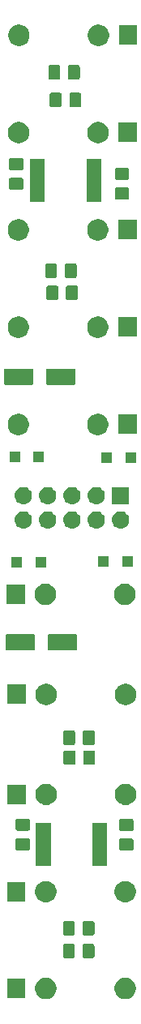
<source format=gbr>
G04 #@! TF.GenerationSoftware,KiCad,Pcbnew,(5.1.2-1)-1*
G04 #@! TF.CreationDate,2020-08-10T22:20:09-07:00*
G04 #@! TF.ProjectId,active_dual_mult,61637469-7665-45f6-9475-616c5f6d756c,rev?*
G04 #@! TF.SameCoordinates,Original*
G04 #@! TF.FileFunction,Soldermask,Top*
G04 #@! TF.FilePolarity,Negative*
%FSLAX46Y46*%
G04 Gerber Fmt 4.6, Leading zero omitted, Abs format (unit mm)*
G04 Created by KiCad (PCBNEW (5.1.2-1)-1) date 2020-08-10 22:20:09*
%MOMM*%
%LPD*%
G04 APERTURE LIST*
%ADD10C,0.100000*%
G04 APERTURE END LIST*
D10*
G36*
X166263455Y-125201391D02*
G01*
X166335325Y-125215687D01*
X166538424Y-125299813D01*
X166721209Y-125421946D01*
X166876654Y-125577391D01*
X166998787Y-125760176D01*
X167082913Y-125963275D01*
X167125800Y-126178884D01*
X167125800Y-126398716D01*
X167082913Y-126614325D01*
X166998787Y-126817424D01*
X166876654Y-127000209D01*
X166721209Y-127155654D01*
X166538424Y-127277787D01*
X166335325Y-127361913D01*
X166263455Y-127376209D01*
X166119718Y-127404800D01*
X165899882Y-127404800D01*
X165756145Y-127376209D01*
X165684275Y-127361913D01*
X165481176Y-127277787D01*
X165298391Y-127155654D01*
X165142946Y-127000209D01*
X165020813Y-126817424D01*
X164936687Y-126614325D01*
X164893800Y-126398716D01*
X164893800Y-126178884D01*
X164936687Y-125963275D01*
X165020813Y-125760176D01*
X165142946Y-125577391D01*
X165298391Y-125421946D01*
X165481176Y-125299813D01*
X165684275Y-125215687D01*
X165756145Y-125201391D01*
X165899882Y-125172800D01*
X166119718Y-125172800D01*
X166263455Y-125201391D01*
X166263455Y-125201391D01*
G37*
G36*
X157963455Y-125201391D02*
G01*
X158035325Y-125215687D01*
X158238424Y-125299813D01*
X158421209Y-125421946D01*
X158576654Y-125577391D01*
X158698787Y-125760176D01*
X158782913Y-125963275D01*
X158825800Y-126178884D01*
X158825800Y-126398716D01*
X158782913Y-126614325D01*
X158698787Y-126817424D01*
X158576654Y-127000209D01*
X158421209Y-127155654D01*
X158238424Y-127277787D01*
X158035325Y-127361913D01*
X157963455Y-127376209D01*
X157819718Y-127404800D01*
X157599882Y-127404800D01*
X157456145Y-127376209D01*
X157384275Y-127361913D01*
X157181176Y-127277787D01*
X156998391Y-127155654D01*
X156842946Y-127000209D01*
X156720813Y-126817424D01*
X156636687Y-126614325D01*
X156593800Y-126398716D01*
X156593800Y-126178884D01*
X156636687Y-125963275D01*
X156720813Y-125760176D01*
X156842946Y-125577391D01*
X156998391Y-125421946D01*
X157181176Y-125299813D01*
X157384275Y-125215687D01*
X157456145Y-125201391D01*
X157599882Y-125172800D01*
X157819718Y-125172800D01*
X157963455Y-125201391D01*
X157963455Y-125201391D01*
G37*
G36*
X155575800Y-127304800D02*
G01*
X153643800Y-127304800D01*
X153643800Y-125272800D01*
X155575800Y-125272800D01*
X155575800Y-127304800D01*
X155575800Y-127304800D01*
G37*
G36*
X160576274Y-121630665D02*
G01*
X160613967Y-121642099D01*
X160648703Y-121660666D01*
X160679148Y-121685652D01*
X160704134Y-121716097D01*
X160722701Y-121750833D01*
X160734135Y-121788526D01*
X160738600Y-121833861D01*
X160738600Y-122920539D01*
X160734135Y-122965874D01*
X160722701Y-123003567D01*
X160704134Y-123038303D01*
X160679148Y-123068748D01*
X160648703Y-123093734D01*
X160613967Y-123112301D01*
X160576274Y-123123735D01*
X160530939Y-123128200D01*
X159694261Y-123128200D01*
X159648926Y-123123735D01*
X159611233Y-123112301D01*
X159576497Y-123093734D01*
X159546052Y-123068748D01*
X159521066Y-123038303D01*
X159502499Y-123003567D01*
X159491065Y-122965874D01*
X159486600Y-122920539D01*
X159486600Y-121833861D01*
X159491065Y-121788526D01*
X159502499Y-121750833D01*
X159521066Y-121716097D01*
X159546052Y-121685652D01*
X159576497Y-121660666D01*
X159611233Y-121642099D01*
X159648926Y-121630665D01*
X159694261Y-121626200D01*
X160530939Y-121626200D01*
X160576274Y-121630665D01*
X160576274Y-121630665D01*
G37*
G36*
X162626274Y-121630665D02*
G01*
X162663967Y-121642099D01*
X162698703Y-121660666D01*
X162729148Y-121685652D01*
X162754134Y-121716097D01*
X162772701Y-121750833D01*
X162784135Y-121788526D01*
X162788600Y-121833861D01*
X162788600Y-122920539D01*
X162784135Y-122965874D01*
X162772701Y-123003567D01*
X162754134Y-123038303D01*
X162729148Y-123068748D01*
X162698703Y-123093734D01*
X162663967Y-123112301D01*
X162626274Y-123123735D01*
X162580939Y-123128200D01*
X161744261Y-123128200D01*
X161698926Y-123123735D01*
X161661233Y-123112301D01*
X161626497Y-123093734D01*
X161596052Y-123068748D01*
X161571066Y-123038303D01*
X161552499Y-123003567D01*
X161541065Y-122965874D01*
X161536600Y-122920539D01*
X161536600Y-121833861D01*
X161541065Y-121788526D01*
X161552499Y-121750833D01*
X161571066Y-121716097D01*
X161596052Y-121685652D01*
X161626497Y-121660666D01*
X161661233Y-121642099D01*
X161698926Y-121630665D01*
X161744261Y-121626200D01*
X162580939Y-121626200D01*
X162626274Y-121630665D01*
X162626274Y-121630665D01*
G37*
G36*
X162626274Y-119243065D02*
G01*
X162663967Y-119254499D01*
X162698703Y-119273066D01*
X162729148Y-119298052D01*
X162754134Y-119328497D01*
X162772701Y-119363233D01*
X162784135Y-119400926D01*
X162788600Y-119446261D01*
X162788600Y-120532939D01*
X162784135Y-120578274D01*
X162772701Y-120615967D01*
X162754134Y-120650703D01*
X162729148Y-120681148D01*
X162698703Y-120706134D01*
X162663967Y-120724701D01*
X162626274Y-120736135D01*
X162580939Y-120740600D01*
X161744261Y-120740600D01*
X161698926Y-120736135D01*
X161661233Y-120724701D01*
X161626497Y-120706134D01*
X161596052Y-120681148D01*
X161571066Y-120650703D01*
X161552499Y-120615967D01*
X161541065Y-120578274D01*
X161536600Y-120532939D01*
X161536600Y-119446261D01*
X161541065Y-119400926D01*
X161552499Y-119363233D01*
X161571066Y-119328497D01*
X161596052Y-119298052D01*
X161626497Y-119273066D01*
X161661233Y-119254499D01*
X161698926Y-119243065D01*
X161744261Y-119238600D01*
X162580939Y-119238600D01*
X162626274Y-119243065D01*
X162626274Y-119243065D01*
G37*
G36*
X160576274Y-119243065D02*
G01*
X160613967Y-119254499D01*
X160648703Y-119273066D01*
X160679148Y-119298052D01*
X160704134Y-119328497D01*
X160722701Y-119363233D01*
X160734135Y-119400926D01*
X160738600Y-119446261D01*
X160738600Y-120532939D01*
X160734135Y-120578274D01*
X160722701Y-120615967D01*
X160704134Y-120650703D01*
X160679148Y-120681148D01*
X160648703Y-120706134D01*
X160613967Y-120724701D01*
X160576274Y-120736135D01*
X160530939Y-120740600D01*
X159694261Y-120740600D01*
X159648926Y-120736135D01*
X159611233Y-120724701D01*
X159576497Y-120706134D01*
X159546052Y-120681148D01*
X159521066Y-120650703D01*
X159502499Y-120615967D01*
X159491065Y-120578274D01*
X159486600Y-120532939D01*
X159486600Y-119446261D01*
X159491065Y-119400926D01*
X159502499Y-119363233D01*
X159521066Y-119328497D01*
X159546052Y-119298052D01*
X159576497Y-119273066D01*
X159611233Y-119254499D01*
X159648926Y-119243065D01*
X159694261Y-119238600D01*
X160530939Y-119238600D01*
X160576274Y-119243065D01*
X160576274Y-119243065D01*
G37*
G36*
X166263455Y-115092191D02*
G01*
X166335325Y-115106487D01*
X166538424Y-115190613D01*
X166721209Y-115312746D01*
X166876654Y-115468191D01*
X166998787Y-115650976D01*
X167082913Y-115854075D01*
X167125800Y-116069684D01*
X167125800Y-116289516D01*
X167082913Y-116505125D01*
X166998787Y-116708224D01*
X166876654Y-116891009D01*
X166721209Y-117046454D01*
X166538424Y-117168587D01*
X166335325Y-117252713D01*
X166263455Y-117267009D01*
X166119718Y-117295600D01*
X165899882Y-117295600D01*
X165756145Y-117267009D01*
X165684275Y-117252713D01*
X165481176Y-117168587D01*
X165298391Y-117046454D01*
X165142946Y-116891009D01*
X165020813Y-116708224D01*
X164936687Y-116505125D01*
X164893800Y-116289516D01*
X164893800Y-116069684D01*
X164936687Y-115854075D01*
X165020813Y-115650976D01*
X165142946Y-115468191D01*
X165298391Y-115312746D01*
X165481176Y-115190613D01*
X165684275Y-115106487D01*
X165756145Y-115092191D01*
X165899882Y-115063600D01*
X166119718Y-115063600D01*
X166263455Y-115092191D01*
X166263455Y-115092191D01*
G37*
G36*
X157963455Y-115092191D02*
G01*
X158035325Y-115106487D01*
X158238424Y-115190613D01*
X158421209Y-115312746D01*
X158576654Y-115468191D01*
X158698787Y-115650976D01*
X158782913Y-115854075D01*
X158825800Y-116069684D01*
X158825800Y-116289516D01*
X158782913Y-116505125D01*
X158698787Y-116708224D01*
X158576654Y-116891009D01*
X158421209Y-117046454D01*
X158238424Y-117168587D01*
X158035325Y-117252713D01*
X157963455Y-117267009D01*
X157819718Y-117295600D01*
X157599882Y-117295600D01*
X157456145Y-117267009D01*
X157384275Y-117252713D01*
X157181176Y-117168587D01*
X156998391Y-117046454D01*
X156842946Y-116891009D01*
X156720813Y-116708224D01*
X156636687Y-116505125D01*
X156593800Y-116289516D01*
X156593800Y-116069684D01*
X156636687Y-115854075D01*
X156720813Y-115650976D01*
X156842946Y-115468191D01*
X156998391Y-115312746D01*
X157181176Y-115190613D01*
X157384275Y-115106487D01*
X157456145Y-115092191D01*
X157599882Y-115063600D01*
X157819718Y-115063600D01*
X157963455Y-115092191D01*
X157963455Y-115092191D01*
G37*
G36*
X155575800Y-117195600D02*
G01*
X153643800Y-117195600D01*
X153643800Y-115163600D01*
X155575800Y-115163600D01*
X155575800Y-117195600D01*
X155575800Y-117195600D01*
G37*
G36*
X164127000Y-113452600D02*
G01*
X162575000Y-113452600D01*
X162575000Y-109000600D01*
X164127000Y-109000600D01*
X164127000Y-113452600D01*
X164127000Y-113452600D01*
G37*
G36*
X158227000Y-113452600D02*
G01*
X156675000Y-113452600D01*
X156675000Y-109000600D01*
X158227000Y-109000600D01*
X158227000Y-113452600D01*
X158227000Y-113452600D01*
G37*
G36*
X166704674Y-110639465D02*
G01*
X166742367Y-110650899D01*
X166777103Y-110669466D01*
X166807548Y-110694452D01*
X166832534Y-110724897D01*
X166851101Y-110759633D01*
X166862535Y-110797326D01*
X166867000Y-110842661D01*
X166867000Y-111679339D01*
X166862535Y-111724674D01*
X166851101Y-111762367D01*
X166832534Y-111797103D01*
X166807548Y-111827548D01*
X166777103Y-111852534D01*
X166742367Y-111871101D01*
X166704674Y-111882535D01*
X166659339Y-111887000D01*
X165572661Y-111887000D01*
X165527326Y-111882535D01*
X165489633Y-111871101D01*
X165454897Y-111852534D01*
X165424452Y-111827548D01*
X165399466Y-111797103D01*
X165380899Y-111762367D01*
X165369465Y-111724674D01*
X165365000Y-111679339D01*
X165365000Y-110842661D01*
X165369465Y-110797326D01*
X165380899Y-110759633D01*
X165399466Y-110724897D01*
X165424452Y-110694452D01*
X165454897Y-110669466D01*
X165489633Y-110650899D01*
X165527326Y-110639465D01*
X165572661Y-110635000D01*
X166659339Y-110635000D01*
X166704674Y-110639465D01*
X166704674Y-110639465D01*
G37*
G36*
X155884274Y-110614065D02*
G01*
X155921967Y-110625499D01*
X155956703Y-110644066D01*
X155987148Y-110669052D01*
X156012134Y-110699497D01*
X156030701Y-110734233D01*
X156042135Y-110771926D01*
X156046600Y-110817261D01*
X156046600Y-111653939D01*
X156042135Y-111699274D01*
X156030701Y-111736967D01*
X156012134Y-111771703D01*
X155987148Y-111802148D01*
X155956703Y-111827134D01*
X155921967Y-111845701D01*
X155884274Y-111857135D01*
X155838939Y-111861600D01*
X154752261Y-111861600D01*
X154706926Y-111857135D01*
X154669233Y-111845701D01*
X154634497Y-111827134D01*
X154604052Y-111802148D01*
X154579066Y-111771703D01*
X154560499Y-111736967D01*
X154549065Y-111699274D01*
X154544600Y-111653939D01*
X154544600Y-110817261D01*
X154549065Y-110771926D01*
X154560499Y-110734233D01*
X154579066Y-110699497D01*
X154604052Y-110669052D01*
X154634497Y-110644066D01*
X154669233Y-110625499D01*
X154706926Y-110614065D01*
X154752261Y-110609600D01*
X155838939Y-110609600D01*
X155884274Y-110614065D01*
X155884274Y-110614065D01*
G37*
G36*
X166704674Y-108589465D02*
G01*
X166742367Y-108600899D01*
X166777103Y-108619466D01*
X166807548Y-108644452D01*
X166832534Y-108674897D01*
X166851101Y-108709633D01*
X166862535Y-108747326D01*
X166867000Y-108792661D01*
X166867000Y-109629339D01*
X166862535Y-109674674D01*
X166851101Y-109712367D01*
X166832534Y-109747103D01*
X166807548Y-109777548D01*
X166777103Y-109802534D01*
X166742367Y-109821101D01*
X166704674Y-109832535D01*
X166659339Y-109837000D01*
X165572661Y-109837000D01*
X165527326Y-109832535D01*
X165489633Y-109821101D01*
X165454897Y-109802534D01*
X165424452Y-109777548D01*
X165399466Y-109747103D01*
X165380899Y-109712367D01*
X165369465Y-109674674D01*
X165365000Y-109629339D01*
X165365000Y-108792661D01*
X165369465Y-108747326D01*
X165380899Y-108709633D01*
X165399466Y-108674897D01*
X165424452Y-108644452D01*
X165454897Y-108619466D01*
X165489633Y-108600899D01*
X165527326Y-108589465D01*
X165572661Y-108585000D01*
X166659339Y-108585000D01*
X166704674Y-108589465D01*
X166704674Y-108589465D01*
G37*
G36*
X155884274Y-108564065D02*
G01*
X155921967Y-108575499D01*
X155956703Y-108594066D01*
X155987148Y-108619052D01*
X156012134Y-108649497D01*
X156030701Y-108684233D01*
X156042135Y-108721926D01*
X156046600Y-108767261D01*
X156046600Y-109603939D01*
X156042135Y-109649274D01*
X156030701Y-109686967D01*
X156012134Y-109721703D01*
X155987148Y-109752148D01*
X155956703Y-109777134D01*
X155921967Y-109795701D01*
X155884274Y-109807135D01*
X155838939Y-109811600D01*
X154752261Y-109811600D01*
X154706926Y-109807135D01*
X154669233Y-109795701D01*
X154634497Y-109777134D01*
X154604052Y-109752148D01*
X154579066Y-109721703D01*
X154560499Y-109686967D01*
X154549065Y-109649274D01*
X154544600Y-109603939D01*
X154544600Y-108767261D01*
X154549065Y-108721926D01*
X154560499Y-108684233D01*
X154579066Y-108649497D01*
X154604052Y-108619052D01*
X154634497Y-108594066D01*
X154669233Y-108575499D01*
X154706926Y-108564065D01*
X154752261Y-108559600D01*
X155838939Y-108559600D01*
X155884274Y-108564065D01*
X155884274Y-108564065D01*
G37*
G36*
X166288855Y-104932191D02*
G01*
X166360725Y-104946487D01*
X166563824Y-105030613D01*
X166746609Y-105152746D01*
X166902054Y-105308191D01*
X167024187Y-105490976D01*
X167108313Y-105694075D01*
X167151200Y-105909684D01*
X167151200Y-106129516D01*
X167108313Y-106345125D01*
X167024187Y-106548224D01*
X166902054Y-106731009D01*
X166746609Y-106886454D01*
X166563824Y-107008587D01*
X166360725Y-107092713D01*
X166288855Y-107107009D01*
X166145118Y-107135600D01*
X165925282Y-107135600D01*
X165781545Y-107107009D01*
X165709675Y-107092713D01*
X165506576Y-107008587D01*
X165323791Y-106886454D01*
X165168346Y-106731009D01*
X165046213Y-106548224D01*
X164962087Y-106345125D01*
X164919200Y-106129516D01*
X164919200Y-105909684D01*
X164962087Y-105694075D01*
X165046213Y-105490976D01*
X165168346Y-105308191D01*
X165323791Y-105152746D01*
X165506576Y-105030613D01*
X165709675Y-104946487D01*
X165781545Y-104932191D01*
X165925282Y-104903600D01*
X166145118Y-104903600D01*
X166288855Y-104932191D01*
X166288855Y-104932191D01*
G37*
G36*
X157988855Y-104932191D02*
G01*
X158060725Y-104946487D01*
X158263824Y-105030613D01*
X158446609Y-105152746D01*
X158602054Y-105308191D01*
X158724187Y-105490976D01*
X158808313Y-105694075D01*
X158851200Y-105909684D01*
X158851200Y-106129516D01*
X158808313Y-106345125D01*
X158724187Y-106548224D01*
X158602054Y-106731009D01*
X158446609Y-106886454D01*
X158263824Y-107008587D01*
X158060725Y-107092713D01*
X157988855Y-107107009D01*
X157845118Y-107135600D01*
X157625282Y-107135600D01*
X157481545Y-107107009D01*
X157409675Y-107092713D01*
X157206576Y-107008587D01*
X157023791Y-106886454D01*
X156868346Y-106731009D01*
X156746213Y-106548224D01*
X156662087Y-106345125D01*
X156619200Y-106129516D01*
X156619200Y-105909684D01*
X156662087Y-105694075D01*
X156746213Y-105490976D01*
X156868346Y-105308191D01*
X157023791Y-105152746D01*
X157206576Y-105030613D01*
X157409675Y-104946487D01*
X157481545Y-104932191D01*
X157625282Y-104903600D01*
X157845118Y-104903600D01*
X157988855Y-104932191D01*
X157988855Y-104932191D01*
G37*
G36*
X155601200Y-107035600D02*
G01*
X153669200Y-107035600D01*
X153669200Y-105003600D01*
X155601200Y-105003600D01*
X155601200Y-107035600D01*
X155601200Y-107035600D01*
G37*
G36*
X162702474Y-101437665D02*
G01*
X162740167Y-101449099D01*
X162774903Y-101467666D01*
X162805348Y-101492652D01*
X162830334Y-101523097D01*
X162848901Y-101557833D01*
X162860335Y-101595526D01*
X162864800Y-101640861D01*
X162864800Y-102727539D01*
X162860335Y-102772874D01*
X162848901Y-102810567D01*
X162830334Y-102845303D01*
X162805348Y-102875748D01*
X162774903Y-102900734D01*
X162740167Y-102919301D01*
X162702474Y-102930735D01*
X162657139Y-102935200D01*
X161820461Y-102935200D01*
X161775126Y-102930735D01*
X161737433Y-102919301D01*
X161702697Y-102900734D01*
X161672252Y-102875748D01*
X161647266Y-102845303D01*
X161628699Y-102810567D01*
X161617265Y-102772874D01*
X161612800Y-102727539D01*
X161612800Y-101640861D01*
X161617265Y-101595526D01*
X161628699Y-101557833D01*
X161647266Y-101523097D01*
X161672252Y-101492652D01*
X161702697Y-101467666D01*
X161737433Y-101449099D01*
X161775126Y-101437665D01*
X161820461Y-101433200D01*
X162657139Y-101433200D01*
X162702474Y-101437665D01*
X162702474Y-101437665D01*
G37*
G36*
X160652474Y-101437665D02*
G01*
X160690167Y-101449099D01*
X160724903Y-101467666D01*
X160755348Y-101492652D01*
X160780334Y-101523097D01*
X160798901Y-101557833D01*
X160810335Y-101595526D01*
X160814800Y-101640861D01*
X160814800Y-102727539D01*
X160810335Y-102772874D01*
X160798901Y-102810567D01*
X160780334Y-102845303D01*
X160755348Y-102875748D01*
X160724903Y-102900734D01*
X160690167Y-102919301D01*
X160652474Y-102930735D01*
X160607139Y-102935200D01*
X159770461Y-102935200D01*
X159725126Y-102930735D01*
X159687433Y-102919301D01*
X159652697Y-102900734D01*
X159622252Y-102875748D01*
X159597266Y-102845303D01*
X159578699Y-102810567D01*
X159567265Y-102772874D01*
X159562800Y-102727539D01*
X159562800Y-101640861D01*
X159567265Y-101595526D01*
X159578699Y-101557833D01*
X159597266Y-101523097D01*
X159622252Y-101492652D01*
X159652697Y-101467666D01*
X159687433Y-101449099D01*
X159725126Y-101437665D01*
X159770461Y-101433200D01*
X160607139Y-101433200D01*
X160652474Y-101437665D01*
X160652474Y-101437665D01*
G37*
G36*
X160601674Y-99354865D02*
G01*
X160639367Y-99366299D01*
X160674103Y-99384866D01*
X160704548Y-99409852D01*
X160729534Y-99440297D01*
X160748101Y-99475033D01*
X160759535Y-99512726D01*
X160764000Y-99558061D01*
X160764000Y-100644739D01*
X160759535Y-100690074D01*
X160748101Y-100727767D01*
X160729534Y-100762503D01*
X160704548Y-100792948D01*
X160674103Y-100817934D01*
X160639367Y-100836501D01*
X160601674Y-100847935D01*
X160556339Y-100852400D01*
X159719661Y-100852400D01*
X159674326Y-100847935D01*
X159636633Y-100836501D01*
X159601897Y-100817934D01*
X159571452Y-100792948D01*
X159546466Y-100762503D01*
X159527899Y-100727767D01*
X159516465Y-100690074D01*
X159512000Y-100644739D01*
X159512000Y-99558061D01*
X159516465Y-99512726D01*
X159527899Y-99475033D01*
X159546466Y-99440297D01*
X159571452Y-99409852D01*
X159601897Y-99384866D01*
X159636633Y-99366299D01*
X159674326Y-99354865D01*
X159719661Y-99350400D01*
X160556339Y-99350400D01*
X160601674Y-99354865D01*
X160601674Y-99354865D01*
G37*
G36*
X162651674Y-99354865D02*
G01*
X162689367Y-99366299D01*
X162724103Y-99384866D01*
X162754548Y-99409852D01*
X162779534Y-99440297D01*
X162798101Y-99475033D01*
X162809535Y-99512726D01*
X162814000Y-99558061D01*
X162814000Y-100644739D01*
X162809535Y-100690074D01*
X162798101Y-100727767D01*
X162779534Y-100762503D01*
X162754548Y-100792948D01*
X162724103Y-100817934D01*
X162689367Y-100836501D01*
X162651674Y-100847935D01*
X162606339Y-100852400D01*
X161769661Y-100852400D01*
X161724326Y-100847935D01*
X161686633Y-100836501D01*
X161651897Y-100817934D01*
X161621452Y-100792948D01*
X161596466Y-100762503D01*
X161577899Y-100727767D01*
X161566465Y-100690074D01*
X161562000Y-100644739D01*
X161562000Y-99558061D01*
X161566465Y-99512726D01*
X161577899Y-99475033D01*
X161596466Y-99440297D01*
X161621452Y-99409852D01*
X161651897Y-99384866D01*
X161686633Y-99366299D01*
X161724326Y-99354865D01*
X161769661Y-99350400D01*
X162606339Y-99350400D01*
X162651674Y-99354865D01*
X162651674Y-99354865D01*
G37*
G36*
X166288855Y-94492791D02*
G01*
X166360725Y-94507087D01*
X166563824Y-94591213D01*
X166746609Y-94713346D01*
X166902054Y-94868791D01*
X167024187Y-95051576D01*
X167108313Y-95254675D01*
X167151200Y-95470284D01*
X167151200Y-95690116D01*
X167108313Y-95905725D01*
X167024187Y-96108824D01*
X166902054Y-96291609D01*
X166746609Y-96447054D01*
X166563824Y-96569187D01*
X166360725Y-96653313D01*
X166288855Y-96667609D01*
X166145118Y-96696200D01*
X165925282Y-96696200D01*
X165781545Y-96667609D01*
X165709675Y-96653313D01*
X165506576Y-96569187D01*
X165323791Y-96447054D01*
X165168346Y-96291609D01*
X165046213Y-96108824D01*
X164962087Y-95905725D01*
X164919200Y-95690116D01*
X164919200Y-95470284D01*
X164962087Y-95254675D01*
X165046213Y-95051576D01*
X165168346Y-94868791D01*
X165323791Y-94713346D01*
X165506576Y-94591213D01*
X165709675Y-94507087D01*
X165781545Y-94492791D01*
X165925282Y-94464200D01*
X166145118Y-94464200D01*
X166288855Y-94492791D01*
X166288855Y-94492791D01*
G37*
G36*
X157988855Y-94492791D02*
G01*
X158060725Y-94507087D01*
X158263824Y-94591213D01*
X158446609Y-94713346D01*
X158602054Y-94868791D01*
X158724187Y-95051576D01*
X158808313Y-95254675D01*
X158851200Y-95470284D01*
X158851200Y-95690116D01*
X158808313Y-95905725D01*
X158724187Y-96108824D01*
X158602054Y-96291609D01*
X158446609Y-96447054D01*
X158263824Y-96569187D01*
X158060725Y-96653313D01*
X157988855Y-96667609D01*
X157845118Y-96696200D01*
X157625282Y-96696200D01*
X157481545Y-96667609D01*
X157409675Y-96653313D01*
X157206576Y-96569187D01*
X157023791Y-96447054D01*
X156868346Y-96291609D01*
X156746213Y-96108824D01*
X156662087Y-95905725D01*
X156619200Y-95690116D01*
X156619200Y-95470284D01*
X156662087Y-95254675D01*
X156746213Y-95051576D01*
X156868346Y-94868791D01*
X157023791Y-94713346D01*
X157206576Y-94591213D01*
X157409675Y-94507087D01*
X157481545Y-94492791D01*
X157625282Y-94464200D01*
X157845118Y-94464200D01*
X157988855Y-94492791D01*
X157988855Y-94492791D01*
G37*
G36*
X155601200Y-96596200D02*
G01*
X153669200Y-96596200D01*
X153669200Y-94564200D01*
X155601200Y-94564200D01*
X155601200Y-96596200D01*
X155601200Y-96596200D01*
G37*
G36*
X156457397Y-89297651D02*
G01*
X156491052Y-89307861D01*
X156522065Y-89324438D01*
X156549251Y-89346749D01*
X156571562Y-89373935D01*
X156588139Y-89404948D01*
X156598349Y-89438603D01*
X156602400Y-89479738D01*
X156602400Y-90809462D01*
X156598349Y-90850597D01*
X156588139Y-90884252D01*
X156571562Y-90915265D01*
X156549251Y-90942451D01*
X156522065Y-90964762D01*
X156491052Y-90981339D01*
X156457397Y-90991549D01*
X156416262Y-90995600D01*
X153686538Y-90995600D01*
X153645403Y-90991549D01*
X153611748Y-90981339D01*
X153580735Y-90964762D01*
X153553549Y-90942451D01*
X153531238Y-90915265D01*
X153514661Y-90884252D01*
X153504451Y-90850597D01*
X153500400Y-90809462D01*
X153500400Y-89479738D01*
X153504451Y-89438603D01*
X153514661Y-89404948D01*
X153531238Y-89373935D01*
X153553549Y-89346749D01*
X153580735Y-89324438D01*
X153611748Y-89307861D01*
X153645403Y-89297651D01*
X153686538Y-89293600D01*
X156416262Y-89293600D01*
X156457397Y-89297651D01*
X156457397Y-89297651D01*
G37*
G36*
X160857397Y-89297651D02*
G01*
X160891052Y-89307861D01*
X160922065Y-89324438D01*
X160949251Y-89346749D01*
X160971562Y-89373935D01*
X160988139Y-89404948D01*
X160998349Y-89438603D01*
X161002400Y-89479738D01*
X161002400Y-90809462D01*
X160998349Y-90850597D01*
X160988139Y-90884252D01*
X160971562Y-90915265D01*
X160949251Y-90942451D01*
X160922065Y-90964762D01*
X160891052Y-90981339D01*
X160857397Y-90991549D01*
X160816262Y-90995600D01*
X158086538Y-90995600D01*
X158045403Y-90991549D01*
X158011748Y-90981339D01*
X157980735Y-90964762D01*
X157953549Y-90942451D01*
X157931238Y-90915265D01*
X157914661Y-90884252D01*
X157904451Y-90850597D01*
X157900400Y-90809462D01*
X157900400Y-89479738D01*
X157904451Y-89438603D01*
X157914661Y-89404948D01*
X157931238Y-89373935D01*
X157953549Y-89346749D01*
X157980735Y-89324438D01*
X158011748Y-89307861D01*
X158045403Y-89297651D01*
X158086538Y-89293600D01*
X160816262Y-89293600D01*
X160857397Y-89297651D01*
X160857397Y-89297651D01*
G37*
G36*
X157912655Y-84027991D02*
G01*
X157984525Y-84042287D01*
X158187624Y-84126413D01*
X158370409Y-84248546D01*
X158525854Y-84403991D01*
X158647987Y-84586776D01*
X158732113Y-84789875D01*
X158775000Y-85005484D01*
X158775000Y-85225316D01*
X158732113Y-85440925D01*
X158647987Y-85644024D01*
X158525854Y-85826809D01*
X158370409Y-85982254D01*
X158187624Y-86104387D01*
X157984525Y-86188513D01*
X157912655Y-86202809D01*
X157768918Y-86231400D01*
X157549082Y-86231400D01*
X157405345Y-86202809D01*
X157333475Y-86188513D01*
X157130376Y-86104387D01*
X156947591Y-85982254D01*
X156792146Y-85826809D01*
X156670013Y-85644024D01*
X156585887Y-85440925D01*
X156543000Y-85225316D01*
X156543000Y-85005484D01*
X156585887Y-84789875D01*
X156670013Y-84586776D01*
X156792146Y-84403991D01*
X156947591Y-84248546D01*
X157130376Y-84126413D01*
X157333475Y-84042287D01*
X157405345Y-84027991D01*
X157549082Y-83999400D01*
X157768918Y-83999400D01*
X157912655Y-84027991D01*
X157912655Y-84027991D01*
G37*
G36*
X166212655Y-84027991D02*
G01*
X166284525Y-84042287D01*
X166487624Y-84126413D01*
X166670409Y-84248546D01*
X166825854Y-84403991D01*
X166947987Y-84586776D01*
X167032113Y-84789875D01*
X167075000Y-85005484D01*
X167075000Y-85225316D01*
X167032113Y-85440925D01*
X166947987Y-85644024D01*
X166825854Y-85826809D01*
X166670409Y-85982254D01*
X166487624Y-86104387D01*
X166284525Y-86188513D01*
X166212655Y-86202809D01*
X166068918Y-86231400D01*
X165849082Y-86231400D01*
X165705345Y-86202809D01*
X165633475Y-86188513D01*
X165430376Y-86104387D01*
X165247591Y-85982254D01*
X165092146Y-85826809D01*
X164970013Y-85644024D01*
X164885887Y-85440925D01*
X164843000Y-85225316D01*
X164843000Y-85005484D01*
X164885887Y-84789875D01*
X164970013Y-84586776D01*
X165092146Y-84403991D01*
X165247591Y-84248546D01*
X165430376Y-84126413D01*
X165633475Y-84042287D01*
X165705345Y-84027991D01*
X165849082Y-83999400D01*
X166068918Y-83999400D01*
X166212655Y-84027991D01*
X166212655Y-84027991D01*
G37*
G36*
X155525000Y-86131400D02*
G01*
X153593000Y-86131400D01*
X153593000Y-84099400D01*
X155525000Y-84099400D01*
X155525000Y-86131400D01*
X155525000Y-86131400D01*
G37*
G36*
X157731600Y-82339000D02*
G01*
X156629600Y-82339000D01*
X156629600Y-81237000D01*
X157731600Y-81237000D01*
X157731600Y-82339000D01*
X157731600Y-82339000D01*
G37*
G36*
X155231600Y-82339000D02*
G01*
X154129600Y-82339000D01*
X154129600Y-81237000D01*
X155231600Y-81237000D01*
X155231600Y-82339000D01*
X155231600Y-82339000D01*
G37*
G36*
X166799400Y-82288200D02*
G01*
X165697400Y-82288200D01*
X165697400Y-81186200D01*
X166799400Y-81186200D01*
X166799400Y-82288200D01*
X166799400Y-82288200D01*
G37*
G36*
X164299400Y-82288200D02*
G01*
X163197400Y-82288200D01*
X163197400Y-81186200D01*
X164299400Y-81186200D01*
X164299400Y-82288200D01*
X164299400Y-82288200D01*
G37*
G36*
X165616843Y-76473919D02*
G01*
X165683027Y-76480437D01*
X165852866Y-76531957D01*
X166009391Y-76615622D01*
X166045129Y-76644952D01*
X166146586Y-76728214D01*
X166229848Y-76829671D01*
X166259178Y-76865409D01*
X166342843Y-77021934D01*
X166394363Y-77191773D01*
X166411759Y-77368400D01*
X166394363Y-77545027D01*
X166342843Y-77714866D01*
X166259178Y-77871391D01*
X166229848Y-77907129D01*
X166146586Y-78008586D01*
X166045129Y-78091848D01*
X166009391Y-78121178D01*
X165852866Y-78204843D01*
X165683027Y-78256363D01*
X165616842Y-78262882D01*
X165550660Y-78269400D01*
X165462140Y-78269400D01*
X165395958Y-78262882D01*
X165329773Y-78256363D01*
X165159934Y-78204843D01*
X165003409Y-78121178D01*
X164967671Y-78091848D01*
X164866214Y-78008586D01*
X164782952Y-77907129D01*
X164753622Y-77871391D01*
X164669957Y-77714866D01*
X164618437Y-77545027D01*
X164601041Y-77368400D01*
X164618437Y-77191773D01*
X164669957Y-77021934D01*
X164753622Y-76865409D01*
X164782952Y-76829671D01*
X164866214Y-76728214D01*
X164967671Y-76644952D01*
X165003409Y-76615622D01*
X165159934Y-76531957D01*
X165329773Y-76480437D01*
X165395957Y-76473919D01*
X165462140Y-76467400D01*
X165550660Y-76467400D01*
X165616843Y-76473919D01*
X165616843Y-76473919D01*
G37*
G36*
X155456843Y-76473919D02*
G01*
X155523027Y-76480437D01*
X155692866Y-76531957D01*
X155849391Y-76615622D01*
X155885129Y-76644952D01*
X155986586Y-76728214D01*
X156069848Y-76829671D01*
X156099178Y-76865409D01*
X156182843Y-77021934D01*
X156234363Y-77191773D01*
X156251759Y-77368400D01*
X156234363Y-77545027D01*
X156182843Y-77714866D01*
X156099178Y-77871391D01*
X156069848Y-77907129D01*
X155986586Y-78008586D01*
X155885129Y-78091848D01*
X155849391Y-78121178D01*
X155692866Y-78204843D01*
X155523027Y-78256363D01*
X155456842Y-78262882D01*
X155390660Y-78269400D01*
X155302140Y-78269400D01*
X155235958Y-78262882D01*
X155169773Y-78256363D01*
X154999934Y-78204843D01*
X154843409Y-78121178D01*
X154807671Y-78091848D01*
X154706214Y-78008586D01*
X154622952Y-77907129D01*
X154593622Y-77871391D01*
X154509957Y-77714866D01*
X154458437Y-77545027D01*
X154441041Y-77368400D01*
X154458437Y-77191773D01*
X154509957Y-77021934D01*
X154593622Y-76865409D01*
X154622952Y-76829671D01*
X154706214Y-76728214D01*
X154807671Y-76644952D01*
X154843409Y-76615622D01*
X154999934Y-76531957D01*
X155169773Y-76480437D01*
X155235957Y-76473919D01*
X155302140Y-76467400D01*
X155390660Y-76467400D01*
X155456843Y-76473919D01*
X155456843Y-76473919D01*
G37*
G36*
X163076843Y-76473919D02*
G01*
X163143027Y-76480437D01*
X163312866Y-76531957D01*
X163469391Y-76615622D01*
X163505129Y-76644952D01*
X163606586Y-76728214D01*
X163689848Y-76829671D01*
X163719178Y-76865409D01*
X163802843Y-77021934D01*
X163854363Y-77191773D01*
X163871759Y-77368400D01*
X163854363Y-77545027D01*
X163802843Y-77714866D01*
X163719178Y-77871391D01*
X163689848Y-77907129D01*
X163606586Y-78008586D01*
X163505129Y-78091848D01*
X163469391Y-78121178D01*
X163312866Y-78204843D01*
X163143027Y-78256363D01*
X163076842Y-78262882D01*
X163010660Y-78269400D01*
X162922140Y-78269400D01*
X162855958Y-78262882D01*
X162789773Y-78256363D01*
X162619934Y-78204843D01*
X162463409Y-78121178D01*
X162427671Y-78091848D01*
X162326214Y-78008586D01*
X162242952Y-77907129D01*
X162213622Y-77871391D01*
X162129957Y-77714866D01*
X162078437Y-77545027D01*
X162061041Y-77368400D01*
X162078437Y-77191773D01*
X162129957Y-77021934D01*
X162213622Y-76865409D01*
X162242952Y-76829671D01*
X162326214Y-76728214D01*
X162427671Y-76644952D01*
X162463409Y-76615622D01*
X162619934Y-76531957D01*
X162789773Y-76480437D01*
X162855957Y-76473919D01*
X162922140Y-76467400D01*
X163010660Y-76467400D01*
X163076843Y-76473919D01*
X163076843Y-76473919D01*
G37*
G36*
X160536843Y-76473919D02*
G01*
X160603027Y-76480437D01*
X160772866Y-76531957D01*
X160929391Y-76615622D01*
X160965129Y-76644952D01*
X161066586Y-76728214D01*
X161149848Y-76829671D01*
X161179178Y-76865409D01*
X161262843Y-77021934D01*
X161314363Y-77191773D01*
X161331759Y-77368400D01*
X161314363Y-77545027D01*
X161262843Y-77714866D01*
X161179178Y-77871391D01*
X161149848Y-77907129D01*
X161066586Y-78008586D01*
X160965129Y-78091848D01*
X160929391Y-78121178D01*
X160772866Y-78204843D01*
X160603027Y-78256363D01*
X160536842Y-78262882D01*
X160470660Y-78269400D01*
X160382140Y-78269400D01*
X160315958Y-78262882D01*
X160249773Y-78256363D01*
X160079934Y-78204843D01*
X159923409Y-78121178D01*
X159887671Y-78091848D01*
X159786214Y-78008586D01*
X159702952Y-77907129D01*
X159673622Y-77871391D01*
X159589957Y-77714866D01*
X159538437Y-77545027D01*
X159521041Y-77368400D01*
X159538437Y-77191773D01*
X159589957Y-77021934D01*
X159673622Y-76865409D01*
X159702952Y-76829671D01*
X159786214Y-76728214D01*
X159887671Y-76644952D01*
X159923409Y-76615622D01*
X160079934Y-76531957D01*
X160249773Y-76480437D01*
X160315957Y-76473919D01*
X160382140Y-76467400D01*
X160470660Y-76467400D01*
X160536843Y-76473919D01*
X160536843Y-76473919D01*
G37*
G36*
X157996843Y-76473919D02*
G01*
X158063027Y-76480437D01*
X158232866Y-76531957D01*
X158389391Y-76615622D01*
X158425129Y-76644952D01*
X158526586Y-76728214D01*
X158609848Y-76829671D01*
X158639178Y-76865409D01*
X158722843Y-77021934D01*
X158774363Y-77191773D01*
X158791759Y-77368400D01*
X158774363Y-77545027D01*
X158722843Y-77714866D01*
X158639178Y-77871391D01*
X158609848Y-77907129D01*
X158526586Y-78008586D01*
X158425129Y-78091848D01*
X158389391Y-78121178D01*
X158232866Y-78204843D01*
X158063027Y-78256363D01*
X157996842Y-78262882D01*
X157930660Y-78269400D01*
X157842140Y-78269400D01*
X157775958Y-78262882D01*
X157709773Y-78256363D01*
X157539934Y-78204843D01*
X157383409Y-78121178D01*
X157347671Y-78091848D01*
X157246214Y-78008586D01*
X157162952Y-77907129D01*
X157133622Y-77871391D01*
X157049957Y-77714866D01*
X156998437Y-77545027D01*
X156981041Y-77368400D01*
X156998437Y-77191773D01*
X157049957Y-77021934D01*
X157133622Y-76865409D01*
X157162952Y-76829671D01*
X157246214Y-76728214D01*
X157347671Y-76644952D01*
X157383409Y-76615622D01*
X157539934Y-76531957D01*
X157709773Y-76480437D01*
X157775957Y-76473919D01*
X157842140Y-76467400D01*
X157930660Y-76467400D01*
X157996843Y-76473919D01*
X157996843Y-76473919D01*
G37*
G36*
X155456842Y-73933918D02*
G01*
X155523027Y-73940437D01*
X155692866Y-73991957D01*
X155849391Y-74075622D01*
X155885129Y-74104952D01*
X155986586Y-74188214D01*
X156069848Y-74289671D01*
X156099178Y-74325409D01*
X156182843Y-74481934D01*
X156234363Y-74651773D01*
X156251759Y-74828400D01*
X156234363Y-75005027D01*
X156182843Y-75174866D01*
X156099178Y-75331391D01*
X156069848Y-75367129D01*
X155986586Y-75468586D01*
X155885129Y-75551848D01*
X155849391Y-75581178D01*
X155692866Y-75664843D01*
X155523027Y-75716363D01*
X155456843Y-75722881D01*
X155390660Y-75729400D01*
X155302140Y-75729400D01*
X155235957Y-75722881D01*
X155169773Y-75716363D01*
X154999934Y-75664843D01*
X154843409Y-75581178D01*
X154807671Y-75551848D01*
X154706214Y-75468586D01*
X154622952Y-75367129D01*
X154593622Y-75331391D01*
X154509957Y-75174866D01*
X154458437Y-75005027D01*
X154441041Y-74828400D01*
X154458437Y-74651773D01*
X154509957Y-74481934D01*
X154593622Y-74325409D01*
X154622952Y-74289671D01*
X154706214Y-74188214D01*
X154807671Y-74104952D01*
X154843409Y-74075622D01*
X154999934Y-73991957D01*
X155169773Y-73940437D01*
X155235958Y-73933918D01*
X155302140Y-73927400D01*
X155390660Y-73927400D01*
X155456842Y-73933918D01*
X155456842Y-73933918D01*
G37*
G36*
X157996842Y-73933918D02*
G01*
X158063027Y-73940437D01*
X158232866Y-73991957D01*
X158389391Y-74075622D01*
X158425129Y-74104952D01*
X158526586Y-74188214D01*
X158609848Y-74289671D01*
X158639178Y-74325409D01*
X158722843Y-74481934D01*
X158774363Y-74651773D01*
X158791759Y-74828400D01*
X158774363Y-75005027D01*
X158722843Y-75174866D01*
X158639178Y-75331391D01*
X158609848Y-75367129D01*
X158526586Y-75468586D01*
X158425129Y-75551848D01*
X158389391Y-75581178D01*
X158232866Y-75664843D01*
X158063027Y-75716363D01*
X157996843Y-75722881D01*
X157930660Y-75729400D01*
X157842140Y-75729400D01*
X157775957Y-75722881D01*
X157709773Y-75716363D01*
X157539934Y-75664843D01*
X157383409Y-75581178D01*
X157347671Y-75551848D01*
X157246214Y-75468586D01*
X157162952Y-75367129D01*
X157133622Y-75331391D01*
X157049957Y-75174866D01*
X156998437Y-75005027D01*
X156981041Y-74828400D01*
X156998437Y-74651773D01*
X157049957Y-74481934D01*
X157133622Y-74325409D01*
X157162952Y-74289671D01*
X157246214Y-74188214D01*
X157347671Y-74104952D01*
X157383409Y-74075622D01*
X157539934Y-73991957D01*
X157709773Y-73940437D01*
X157775958Y-73933918D01*
X157842140Y-73927400D01*
X157930660Y-73927400D01*
X157996842Y-73933918D01*
X157996842Y-73933918D01*
G37*
G36*
X160536842Y-73933918D02*
G01*
X160603027Y-73940437D01*
X160772866Y-73991957D01*
X160929391Y-74075622D01*
X160965129Y-74104952D01*
X161066586Y-74188214D01*
X161149848Y-74289671D01*
X161179178Y-74325409D01*
X161262843Y-74481934D01*
X161314363Y-74651773D01*
X161331759Y-74828400D01*
X161314363Y-75005027D01*
X161262843Y-75174866D01*
X161179178Y-75331391D01*
X161149848Y-75367129D01*
X161066586Y-75468586D01*
X160965129Y-75551848D01*
X160929391Y-75581178D01*
X160772866Y-75664843D01*
X160603027Y-75716363D01*
X160536843Y-75722881D01*
X160470660Y-75729400D01*
X160382140Y-75729400D01*
X160315957Y-75722881D01*
X160249773Y-75716363D01*
X160079934Y-75664843D01*
X159923409Y-75581178D01*
X159887671Y-75551848D01*
X159786214Y-75468586D01*
X159702952Y-75367129D01*
X159673622Y-75331391D01*
X159589957Y-75174866D01*
X159538437Y-75005027D01*
X159521041Y-74828400D01*
X159538437Y-74651773D01*
X159589957Y-74481934D01*
X159673622Y-74325409D01*
X159702952Y-74289671D01*
X159786214Y-74188214D01*
X159887671Y-74104952D01*
X159923409Y-74075622D01*
X160079934Y-73991957D01*
X160249773Y-73940437D01*
X160315958Y-73933918D01*
X160382140Y-73927400D01*
X160470660Y-73927400D01*
X160536842Y-73933918D01*
X160536842Y-73933918D01*
G37*
G36*
X166407400Y-75729400D02*
G01*
X164605400Y-75729400D01*
X164605400Y-73927400D01*
X166407400Y-73927400D01*
X166407400Y-75729400D01*
X166407400Y-75729400D01*
G37*
G36*
X163076842Y-73933918D02*
G01*
X163143027Y-73940437D01*
X163312866Y-73991957D01*
X163469391Y-74075622D01*
X163505129Y-74104952D01*
X163606586Y-74188214D01*
X163689848Y-74289671D01*
X163719178Y-74325409D01*
X163802843Y-74481934D01*
X163854363Y-74651773D01*
X163871759Y-74828400D01*
X163854363Y-75005027D01*
X163802843Y-75174866D01*
X163719178Y-75331391D01*
X163689848Y-75367129D01*
X163606586Y-75468586D01*
X163505129Y-75551848D01*
X163469391Y-75581178D01*
X163312866Y-75664843D01*
X163143027Y-75716363D01*
X163076843Y-75722881D01*
X163010660Y-75729400D01*
X162922140Y-75729400D01*
X162855957Y-75722881D01*
X162789773Y-75716363D01*
X162619934Y-75664843D01*
X162463409Y-75581178D01*
X162427671Y-75551848D01*
X162326214Y-75468586D01*
X162242952Y-75367129D01*
X162213622Y-75331391D01*
X162129957Y-75174866D01*
X162078437Y-75005027D01*
X162061041Y-74828400D01*
X162078437Y-74651773D01*
X162129957Y-74481934D01*
X162213622Y-74325409D01*
X162242952Y-74289671D01*
X162326214Y-74188214D01*
X162427671Y-74104952D01*
X162463409Y-74075622D01*
X162619934Y-73991957D01*
X162789773Y-73940437D01*
X162855958Y-73933918D01*
X162922140Y-73927400D01*
X163010660Y-73927400D01*
X163076842Y-73933918D01*
X163076842Y-73933918D01*
G37*
G36*
X164629600Y-71417000D02*
G01*
X163527600Y-71417000D01*
X163527600Y-70315000D01*
X164629600Y-70315000D01*
X164629600Y-71417000D01*
X164629600Y-71417000D01*
G37*
G36*
X167129600Y-71417000D02*
G01*
X166027600Y-71417000D01*
X166027600Y-70315000D01*
X167129600Y-70315000D01*
X167129600Y-71417000D01*
X167129600Y-71417000D01*
G37*
G36*
X155028400Y-71340800D02*
G01*
X153926400Y-71340800D01*
X153926400Y-70238800D01*
X155028400Y-70238800D01*
X155028400Y-71340800D01*
X155028400Y-71340800D01*
G37*
G36*
X157528400Y-71340800D02*
G01*
X156426400Y-71340800D01*
X156426400Y-70238800D01*
X157528400Y-70238800D01*
X157528400Y-71340800D01*
X157528400Y-71340800D01*
G37*
G36*
X163396655Y-66298791D02*
G01*
X163468525Y-66313087D01*
X163671624Y-66397213D01*
X163854409Y-66519346D01*
X164009854Y-66674791D01*
X164131987Y-66857576D01*
X164216113Y-67060675D01*
X164259000Y-67276284D01*
X164259000Y-67496116D01*
X164216113Y-67711725D01*
X164131987Y-67914824D01*
X164009854Y-68097609D01*
X163854409Y-68253054D01*
X163671624Y-68375187D01*
X163468525Y-68459313D01*
X163396655Y-68473609D01*
X163252918Y-68502200D01*
X163033082Y-68502200D01*
X162889345Y-68473609D01*
X162817475Y-68459313D01*
X162614376Y-68375187D01*
X162431591Y-68253054D01*
X162276146Y-68097609D01*
X162154013Y-67914824D01*
X162069887Y-67711725D01*
X162027000Y-67496116D01*
X162027000Y-67276284D01*
X162069887Y-67060675D01*
X162154013Y-66857576D01*
X162276146Y-66674791D01*
X162431591Y-66519346D01*
X162614376Y-66397213D01*
X162817475Y-66313087D01*
X162889345Y-66298791D01*
X163033082Y-66270200D01*
X163252918Y-66270200D01*
X163396655Y-66298791D01*
X163396655Y-66298791D01*
G37*
G36*
X155096655Y-66298791D02*
G01*
X155168525Y-66313087D01*
X155371624Y-66397213D01*
X155554409Y-66519346D01*
X155709854Y-66674791D01*
X155831987Y-66857576D01*
X155916113Y-67060675D01*
X155959000Y-67276284D01*
X155959000Y-67496116D01*
X155916113Y-67711725D01*
X155831987Y-67914824D01*
X155709854Y-68097609D01*
X155554409Y-68253054D01*
X155371624Y-68375187D01*
X155168525Y-68459313D01*
X155096655Y-68473609D01*
X154952918Y-68502200D01*
X154733082Y-68502200D01*
X154589345Y-68473609D01*
X154517475Y-68459313D01*
X154314376Y-68375187D01*
X154131591Y-68253054D01*
X153976146Y-68097609D01*
X153854013Y-67914824D01*
X153769887Y-67711725D01*
X153727000Y-67496116D01*
X153727000Y-67276284D01*
X153769887Y-67060675D01*
X153854013Y-66857576D01*
X153976146Y-66674791D01*
X154131591Y-66519346D01*
X154314376Y-66397213D01*
X154517475Y-66313087D01*
X154589345Y-66298791D01*
X154733082Y-66270200D01*
X154952918Y-66270200D01*
X155096655Y-66298791D01*
X155096655Y-66298791D01*
G37*
G36*
X167209000Y-68402200D02*
G01*
X165277000Y-68402200D01*
X165277000Y-66370200D01*
X167209000Y-66370200D01*
X167209000Y-68402200D01*
X167209000Y-68402200D01*
G37*
G36*
X160679597Y-61560851D02*
G01*
X160713252Y-61571061D01*
X160744265Y-61587638D01*
X160771451Y-61609949D01*
X160793762Y-61637135D01*
X160810339Y-61668148D01*
X160820549Y-61701803D01*
X160824600Y-61742938D01*
X160824600Y-63072662D01*
X160820549Y-63113797D01*
X160810339Y-63147452D01*
X160793762Y-63178465D01*
X160771451Y-63205651D01*
X160744265Y-63227962D01*
X160713252Y-63244539D01*
X160679597Y-63254749D01*
X160638462Y-63258800D01*
X157908738Y-63258800D01*
X157867603Y-63254749D01*
X157833948Y-63244539D01*
X157802935Y-63227962D01*
X157775749Y-63205651D01*
X157753438Y-63178465D01*
X157736861Y-63147452D01*
X157726651Y-63113797D01*
X157722600Y-63072662D01*
X157722600Y-61742938D01*
X157726651Y-61701803D01*
X157736861Y-61668148D01*
X157753438Y-61637135D01*
X157775749Y-61609949D01*
X157802935Y-61587638D01*
X157833948Y-61571061D01*
X157867603Y-61560851D01*
X157908738Y-61556800D01*
X160638462Y-61556800D01*
X160679597Y-61560851D01*
X160679597Y-61560851D01*
G37*
G36*
X156279597Y-61560851D02*
G01*
X156313252Y-61571061D01*
X156344265Y-61587638D01*
X156371451Y-61609949D01*
X156393762Y-61637135D01*
X156410339Y-61668148D01*
X156420549Y-61701803D01*
X156424600Y-61742938D01*
X156424600Y-63072662D01*
X156420549Y-63113797D01*
X156410339Y-63147452D01*
X156393762Y-63178465D01*
X156371451Y-63205651D01*
X156344265Y-63227962D01*
X156313252Y-63244539D01*
X156279597Y-63254749D01*
X156238462Y-63258800D01*
X153508738Y-63258800D01*
X153467603Y-63254749D01*
X153433948Y-63244539D01*
X153402935Y-63227962D01*
X153375749Y-63205651D01*
X153353438Y-63178465D01*
X153336861Y-63147452D01*
X153326651Y-63113797D01*
X153322600Y-63072662D01*
X153322600Y-61742938D01*
X153326651Y-61701803D01*
X153336861Y-61668148D01*
X153353438Y-61637135D01*
X153375749Y-61609949D01*
X153402935Y-61587638D01*
X153433948Y-61571061D01*
X153467603Y-61560851D01*
X153508738Y-61556800D01*
X156238462Y-61556800D01*
X156279597Y-61560851D01*
X156279597Y-61560851D01*
G37*
G36*
X163396655Y-56138791D02*
G01*
X163468525Y-56153087D01*
X163671624Y-56237213D01*
X163854409Y-56359346D01*
X164009854Y-56514791D01*
X164131987Y-56697576D01*
X164216113Y-56900675D01*
X164259000Y-57116284D01*
X164259000Y-57336116D01*
X164216113Y-57551725D01*
X164131987Y-57754824D01*
X164009854Y-57937609D01*
X163854409Y-58093054D01*
X163671624Y-58215187D01*
X163468525Y-58299313D01*
X163396655Y-58313609D01*
X163252918Y-58342200D01*
X163033082Y-58342200D01*
X162889345Y-58313609D01*
X162817475Y-58299313D01*
X162614376Y-58215187D01*
X162431591Y-58093054D01*
X162276146Y-57937609D01*
X162154013Y-57754824D01*
X162069887Y-57551725D01*
X162027000Y-57336116D01*
X162027000Y-57116284D01*
X162069887Y-56900675D01*
X162154013Y-56697576D01*
X162276146Y-56514791D01*
X162431591Y-56359346D01*
X162614376Y-56237213D01*
X162817475Y-56153087D01*
X162889345Y-56138791D01*
X163033082Y-56110200D01*
X163252918Y-56110200D01*
X163396655Y-56138791D01*
X163396655Y-56138791D01*
G37*
G36*
X155096655Y-56138791D02*
G01*
X155168525Y-56153087D01*
X155371624Y-56237213D01*
X155554409Y-56359346D01*
X155709854Y-56514791D01*
X155831987Y-56697576D01*
X155916113Y-56900675D01*
X155959000Y-57116284D01*
X155959000Y-57336116D01*
X155916113Y-57551725D01*
X155831987Y-57754824D01*
X155709854Y-57937609D01*
X155554409Y-58093054D01*
X155371624Y-58215187D01*
X155168525Y-58299313D01*
X155096655Y-58313609D01*
X154952918Y-58342200D01*
X154733082Y-58342200D01*
X154589345Y-58313609D01*
X154517475Y-58299313D01*
X154314376Y-58215187D01*
X154131591Y-58093054D01*
X153976146Y-57937609D01*
X153854013Y-57754824D01*
X153769887Y-57551725D01*
X153727000Y-57336116D01*
X153727000Y-57116284D01*
X153769887Y-56900675D01*
X153854013Y-56697576D01*
X153976146Y-56514791D01*
X154131591Y-56359346D01*
X154314376Y-56237213D01*
X154517475Y-56153087D01*
X154589345Y-56138791D01*
X154733082Y-56110200D01*
X154952918Y-56110200D01*
X155096655Y-56138791D01*
X155096655Y-56138791D01*
G37*
G36*
X167209000Y-58242200D02*
G01*
X165277000Y-58242200D01*
X165277000Y-56210200D01*
X167209000Y-56210200D01*
X167209000Y-58242200D01*
X167209000Y-58242200D01*
G37*
G36*
X160899074Y-52898265D02*
G01*
X160936767Y-52909699D01*
X160971503Y-52928266D01*
X161001948Y-52953252D01*
X161026934Y-52983697D01*
X161045501Y-53018433D01*
X161056935Y-53056126D01*
X161061400Y-53101461D01*
X161061400Y-54188139D01*
X161056935Y-54233474D01*
X161045501Y-54271167D01*
X161026934Y-54305903D01*
X161001948Y-54336348D01*
X160971503Y-54361334D01*
X160936767Y-54379901D01*
X160899074Y-54391335D01*
X160853739Y-54395800D01*
X160017061Y-54395800D01*
X159971726Y-54391335D01*
X159934033Y-54379901D01*
X159899297Y-54361334D01*
X159868852Y-54336348D01*
X159843866Y-54305903D01*
X159825299Y-54271167D01*
X159813865Y-54233474D01*
X159809400Y-54188139D01*
X159809400Y-53101461D01*
X159813865Y-53056126D01*
X159825299Y-53018433D01*
X159843866Y-52983697D01*
X159868852Y-52953252D01*
X159899297Y-52928266D01*
X159934033Y-52909699D01*
X159971726Y-52898265D01*
X160017061Y-52893800D01*
X160853739Y-52893800D01*
X160899074Y-52898265D01*
X160899074Y-52898265D01*
G37*
G36*
X158849074Y-52898265D02*
G01*
X158886767Y-52909699D01*
X158921503Y-52928266D01*
X158951948Y-52953252D01*
X158976934Y-52983697D01*
X158995501Y-53018433D01*
X159006935Y-53056126D01*
X159011400Y-53101461D01*
X159011400Y-54188139D01*
X159006935Y-54233474D01*
X158995501Y-54271167D01*
X158976934Y-54305903D01*
X158951948Y-54336348D01*
X158921503Y-54361334D01*
X158886767Y-54379901D01*
X158849074Y-54391335D01*
X158803739Y-54395800D01*
X157967061Y-54395800D01*
X157921726Y-54391335D01*
X157884033Y-54379901D01*
X157849297Y-54361334D01*
X157818852Y-54336348D01*
X157793866Y-54305903D01*
X157775299Y-54271167D01*
X157763865Y-54233474D01*
X157759400Y-54188139D01*
X157759400Y-53101461D01*
X157763865Y-53056126D01*
X157775299Y-53018433D01*
X157793866Y-52983697D01*
X157818852Y-52953252D01*
X157849297Y-52928266D01*
X157884033Y-52909699D01*
X157921726Y-52898265D01*
X157967061Y-52893800D01*
X158803739Y-52893800D01*
X158849074Y-52898265D01*
X158849074Y-52898265D01*
G37*
G36*
X160772074Y-50586865D02*
G01*
X160809767Y-50598299D01*
X160844503Y-50616866D01*
X160874948Y-50641852D01*
X160899934Y-50672297D01*
X160918501Y-50707033D01*
X160929935Y-50744726D01*
X160934400Y-50790061D01*
X160934400Y-51876739D01*
X160929935Y-51922074D01*
X160918501Y-51959767D01*
X160899934Y-51994503D01*
X160874948Y-52024948D01*
X160844503Y-52049934D01*
X160809767Y-52068501D01*
X160772074Y-52079935D01*
X160726739Y-52084400D01*
X159890061Y-52084400D01*
X159844726Y-52079935D01*
X159807033Y-52068501D01*
X159772297Y-52049934D01*
X159741852Y-52024948D01*
X159716866Y-51994503D01*
X159698299Y-51959767D01*
X159686865Y-51922074D01*
X159682400Y-51876739D01*
X159682400Y-50790061D01*
X159686865Y-50744726D01*
X159698299Y-50707033D01*
X159716866Y-50672297D01*
X159741852Y-50641852D01*
X159772297Y-50616866D01*
X159807033Y-50598299D01*
X159844726Y-50586865D01*
X159890061Y-50582400D01*
X160726739Y-50582400D01*
X160772074Y-50586865D01*
X160772074Y-50586865D01*
G37*
G36*
X158722074Y-50586865D02*
G01*
X158759767Y-50598299D01*
X158794503Y-50616866D01*
X158824948Y-50641852D01*
X158849934Y-50672297D01*
X158868501Y-50707033D01*
X158879935Y-50744726D01*
X158884400Y-50790061D01*
X158884400Y-51876739D01*
X158879935Y-51922074D01*
X158868501Y-51959767D01*
X158849934Y-51994503D01*
X158824948Y-52024948D01*
X158794503Y-52049934D01*
X158759767Y-52068501D01*
X158722074Y-52079935D01*
X158676739Y-52084400D01*
X157840061Y-52084400D01*
X157794726Y-52079935D01*
X157757033Y-52068501D01*
X157722297Y-52049934D01*
X157691852Y-52024948D01*
X157666866Y-51994503D01*
X157648299Y-51959767D01*
X157636865Y-51922074D01*
X157632400Y-51876739D01*
X157632400Y-50790061D01*
X157636865Y-50744726D01*
X157648299Y-50707033D01*
X157666866Y-50672297D01*
X157691852Y-50641852D01*
X157722297Y-50616866D01*
X157757033Y-50598299D01*
X157794726Y-50586865D01*
X157840061Y-50582400D01*
X158676739Y-50582400D01*
X158722074Y-50586865D01*
X158722074Y-50586865D01*
G37*
G36*
X155096655Y-45978791D02*
G01*
X155168525Y-45993087D01*
X155371624Y-46077213D01*
X155554409Y-46199346D01*
X155709854Y-46354791D01*
X155831987Y-46537576D01*
X155916113Y-46740675D01*
X155959000Y-46956284D01*
X155959000Y-47176116D01*
X155916113Y-47391725D01*
X155831987Y-47594824D01*
X155709854Y-47777609D01*
X155554409Y-47933054D01*
X155371624Y-48055187D01*
X155168525Y-48139313D01*
X155096655Y-48153609D01*
X154952918Y-48182200D01*
X154733082Y-48182200D01*
X154589345Y-48153609D01*
X154517475Y-48139313D01*
X154314376Y-48055187D01*
X154131591Y-47933054D01*
X153976146Y-47777609D01*
X153854013Y-47594824D01*
X153769887Y-47391725D01*
X153727000Y-47176116D01*
X153727000Y-46956284D01*
X153769887Y-46740675D01*
X153854013Y-46537576D01*
X153976146Y-46354791D01*
X154131591Y-46199346D01*
X154314376Y-46077213D01*
X154517475Y-45993087D01*
X154589345Y-45978791D01*
X154733082Y-45950200D01*
X154952918Y-45950200D01*
X155096655Y-45978791D01*
X155096655Y-45978791D01*
G37*
G36*
X163396655Y-45978791D02*
G01*
X163468525Y-45993087D01*
X163671624Y-46077213D01*
X163854409Y-46199346D01*
X164009854Y-46354791D01*
X164131987Y-46537576D01*
X164216113Y-46740675D01*
X164259000Y-46956284D01*
X164259000Y-47176116D01*
X164216113Y-47391725D01*
X164131987Y-47594824D01*
X164009854Y-47777609D01*
X163854409Y-47933054D01*
X163671624Y-48055187D01*
X163468525Y-48139313D01*
X163396655Y-48153609D01*
X163252918Y-48182200D01*
X163033082Y-48182200D01*
X162889345Y-48153609D01*
X162817475Y-48139313D01*
X162614376Y-48055187D01*
X162431591Y-47933054D01*
X162276146Y-47777609D01*
X162154013Y-47594824D01*
X162069887Y-47391725D01*
X162027000Y-47176116D01*
X162027000Y-46956284D01*
X162069887Y-46740675D01*
X162154013Y-46537576D01*
X162276146Y-46354791D01*
X162431591Y-46199346D01*
X162614376Y-46077213D01*
X162817475Y-45993087D01*
X162889345Y-45978791D01*
X163033082Y-45950200D01*
X163252918Y-45950200D01*
X163396655Y-45978791D01*
X163396655Y-45978791D01*
G37*
G36*
X167209000Y-48082200D02*
G01*
X165277000Y-48082200D01*
X165277000Y-46050200D01*
X167209000Y-46050200D01*
X167209000Y-48082200D01*
X167209000Y-48082200D01*
G37*
G36*
X163492000Y-44110600D02*
G01*
X161940000Y-44110600D01*
X161940000Y-39658600D01*
X163492000Y-39658600D01*
X163492000Y-44110600D01*
X163492000Y-44110600D01*
G37*
G36*
X157592000Y-44110600D02*
G01*
X156040000Y-44110600D01*
X156040000Y-39658600D01*
X157592000Y-39658600D01*
X157592000Y-44110600D01*
X157592000Y-44110600D01*
G37*
G36*
X166247474Y-42643665D02*
G01*
X166285167Y-42655099D01*
X166319903Y-42673666D01*
X166350348Y-42698652D01*
X166375334Y-42729097D01*
X166393901Y-42763833D01*
X166405335Y-42801526D01*
X166409800Y-42846861D01*
X166409800Y-43683539D01*
X166405335Y-43728874D01*
X166393901Y-43766567D01*
X166375334Y-43801303D01*
X166350348Y-43831748D01*
X166319903Y-43856734D01*
X166285167Y-43875301D01*
X166247474Y-43886735D01*
X166202139Y-43891200D01*
X165115461Y-43891200D01*
X165070126Y-43886735D01*
X165032433Y-43875301D01*
X164997697Y-43856734D01*
X164967252Y-43831748D01*
X164942266Y-43801303D01*
X164923699Y-43766567D01*
X164912265Y-43728874D01*
X164907800Y-43683539D01*
X164907800Y-42846861D01*
X164912265Y-42801526D01*
X164923699Y-42763833D01*
X164942266Y-42729097D01*
X164967252Y-42698652D01*
X164997697Y-42673666D01*
X165032433Y-42655099D01*
X165070126Y-42643665D01*
X165115461Y-42639200D01*
X166202139Y-42639200D01*
X166247474Y-42643665D01*
X166247474Y-42643665D01*
G37*
G36*
X155198474Y-41627665D02*
G01*
X155236167Y-41639099D01*
X155270903Y-41657666D01*
X155301348Y-41682652D01*
X155326334Y-41713097D01*
X155344901Y-41747833D01*
X155356335Y-41785526D01*
X155360800Y-41830861D01*
X155360800Y-42667539D01*
X155356335Y-42712874D01*
X155344901Y-42750567D01*
X155326334Y-42785303D01*
X155301348Y-42815748D01*
X155270903Y-42840734D01*
X155236167Y-42859301D01*
X155198474Y-42870735D01*
X155153139Y-42875200D01*
X154066461Y-42875200D01*
X154021126Y-42870735D01*
X153983433Y-42859301D01*
X153948697Y-42840734D01*
X153918252Y-42815748D01*
X153893266Y-42785303D01*
X153874699Y-42750567D01*
X153863265Y-42712874D01*
X153858800Y-42667539D01*
X153858800Y-41830861D01*
X153863265Y-41785526D01*
X153874699Y-41747833D01*
X153893266Y-41713097D01*
X153918252Y-41682652D01*
X153948697Y-41657666D01*
X153983433Y-41639099D01*
X154021126Y-41627665D01*
X154066461Y-41623200D01*
X155153139Y-41623200D01*
X155198474Y-41627665D01*
X155198474Y-41627665D01*
G37*
G36*
X166247474Y-40593665D02*
G01*
X166285167Y-40605099D01*
X166319903Y-40623666D01*
X166350348Y-40648652D01*
X166375334Y-40679097D01*
X166393901Y-40713833D01*
X166405335Y-40751526D01*
X166409800Y-40796861D01*
X166409800Y-41633539D01*
X166405335Y-41678874D01*
X166393901Y-41716567D01*
X166375334Y-41751303D01*
X166350348Y-41781748D01*
X166319903Y-41806734D01*
X166285167Y-41825301D01*
X166247474Y-41836735D01*
X166202139Y-41841200D01*
X165115461Y-41841200D01*
X165070126Y-41836735D01*
X165032433Y-41825301D01*
X164997697Y-41806734D01*
X164967252Y-41781748D01*
X164942266Y-41751303D01*
X164923699Y-41716567D01*
X164912265Y-41678874D01*
X164907800Y-41633539D01*
X164907800Y-40796861D01*
X164912265Y-40751526D01*
X164923699Y-40713833D01*
X164942266Y-40679097D01*
X164967252Y-40648652D01*
X164997697Y-40623666D01*
X165032433Y-40605099D01*
X165070126Y-40593665D01*
X165115461Y-40589200D01*
X166202139Y-40589200D01*
X166247474Y-40593665D01*
X166247474Y-40593665D01*
G37*
G36*
X155198474Y-39577665D02*
G01*
X155236167Y-39589099D01*
X155270903Y-39607666D01*
X155301348Y-39632652D01*
X155326334Y-39663097D01*
X155344901Y-39697833D01*
X155356335Y-39735526D01*
X155360800Y-39780861D01*
X155360800Y-40617539D01*
X155356335Y-40662874D01*
X155344901Y-40700567D01*
X155326334Y-40735303D01*
X155301348Y-40765748D01*
X155270903Y-40790734D01*
X155236167Y-40809301D01*
X155198474Y-40820735D01*
X155153139Y-40825200D01*
X154066461Y-40825200D01*
X154021126Y-40820735D01*
X153983433Y-40809301D01*
X153948697Y-40790734D01*
X153918252Y-40765748D01*
X153893266Y-40735303D01*
X153874699Y-40700567D01*
X153863265Y-40662874D01*
X153858800Y-40617539D01*
X153858800Y-39780861D01*
X153863265Y-39735526D01*
X153874699Y-39697833D01*
X153893266Y-39663097D01*
X153918252Y-39632652D01*
X153948697Y-39607666D01*
X153983433Y-39589099D01*
X154021126Y-39577665D01*
X154066461Y-39573200D01*
X155153139Y-39573200D01*
X155198474Y-39577665D01*
X155198474Y-39577665D01*
G37*
G36*
X155122055Y-35818791D02*
G01*
X155193925Y-35833087D01*
X155397024Y-35917213D01*
X155579809Y-36039346D01*
X155735254Y-36194791D01*
X155857387Y-36377576D01*
X155941513Y-36580675D01*
X155984400Y-36796284D01*
X155984400Y-37016116D01*
X155941513Y-37231725D01*
X155857387Y-37434824D01*
X155735254Y-37617609D01*
X155579809Y-37773054D01*
X155397024Y-37895187D01*
X155193925Y-37979313D01*
X155122055Y-37993609D01*
X154978318Y-38022200D01*
X154758482Y-38022200D01*
X154614745Y-37993609D01*
X154542875Y-37979313D01*
X154339776Y-37895187D01*
X154156991Y-37773054D01*
X154001546Y-37617609D01*
X153879413Y-37434824D01*
X153795287Y-37231725D01*
X153752400Y-37016116D01*
X153752400Y-36796284D01*
X153795287Y-36580675D01*
X153879413Y-36377576D01*
X154001546Y-36194791D01*
X154156991Y-36039346D01*
X154339776Y-35917213D01*
X154542875Y-35833087D01*
X154614745Y-35818791D01*
X154758482Y-35790200D01*
X154978318Y-35790200D01*
X155122055Y-35818791D01*
X155122055Y-35818791D01*
G37*
G36*
X163422055Y-35818791D02*
G01*
X163493925Y-35833087D01*
X163697024Y-35917213D01*
X163879809Y-36039346D01*
X164035254Y-36194791D01*
X164157387Y-36377576D01*
X164241513Y-36580675D01*
X164284400Y-36796284D01*
X164284400Y-37016116D01*
X164241513Y-37231725D01*
X164157387Y-37434824D01*
X164035254Y-37617609D01*
X163879809Y-37773054D01*
X163697024Y-37895187D01*
X163493925Y-37979313D01*
X163422055Y-37993609D01*
X163278318Y-38022200D01*
X163058482Y-38022200D01*
X162914745Y-37993609D01*
X162842875Y-37979313D01*
X162639776Y-37895187D01*
X162456991Y-37773054D01*
X162301546Y-37617609D01*
X162179413Y-37434824D01*
X162095287Y-37231725D01*
X162052400Y-37016116D01*
X162052400Y-36796284D01*
X162095287Y-36580675D01*
X162179413Y-36377576D01*
X162301546Y-36194791D01*
X162456991Y-36039346D01*
X162639776Y-35917213D01*
X162842875Y-35833087D01*
X162914745Y-35818791D01*
X163058482Y-35790200D01*
X163278318Y-35790200D01*
X163422055Y-35818791D01*
X163422055Y-35818791D01*
G37*
G36*
X167234400Y-37922200D02*
G01*
X165302400Y-37922200D01*
X165302400Y-35890200D01*
X167234400Y-35890200D01*
X167234400Y-37922200D01*
X167234400Y-37922200D01*
G37*
G36*
X161254674Y-32756065D02*
G01*
X161292367Y-32767499D01*
X161327103Y-32786066D01*
X161357548Y-32811052D01*
X161382534Y-32841497D01*
X161401101Y-32876233D01*
X161412535Y-32913926D01*
X161417000Y-32959261D01*
X161417000Y-34045939D01*
X161412535Y-34091274D01*
X161401101Y-34128967D01*
X161382534Y-34163703D01*
X161357548Y-34194148D01*
X161327103Y-34219134D01*
X161292367Y-34237701D01*
X161254674Y-34249135D01*
X161209339Y-34253600D01*
X160372661Y-34253600D01*
X160327326Y-34249135D01*
X160289633Y-34237701D01*
X160254897Y-34219134D01*
X160224452Y-34194148D01*
X160199466Y-34163703D01*
X160180899Y-34128967D01*
X160169465Y-34091274D01*
X160165000Y-34045939D01*
X160165000Y-32959261D01*
X160169465Y-32913926D01*
X160180899Y-32876233D01*
X160199466Y-32841497D01*
X160224452Y-32811052D01*
X160254897Y-32786066D01*
X160289633Y-32767499D01*
X160327326Y-32756065D01*
X160372661Y-32751600D01*
X161209339Y-32751600D01*
X161254674Y-32756065D01*
X161254674Y-32756065D01*
G37*
G36*
X159204674Y-32756065D02*
G01*
X159242367Y-32767499D01*
X159277103Y-32786066D01*
X159307548Y-32811052D01*
X159332534Y-32841497D01*
X159351101Y-32876233D01*
X159362535Y-32913926D01*
X159367000Y-32959261D01*
X159367000Y-34045939D01*
X159362535Y-34091274D01*
X159351101Y-34128967D01*
X159332534Y-34163703D01*
X159307548Y-34194148D01*
X159277103Y-34219134D01*
X159242367Y-34237701D01*
X159204674Y-34249135D01*
X159159339Y-34253600D01*
X158322661Y-34253600D01*
X158277326Y-34249135D01*
X158239633Y-34237701D01*
X158204897Y-34219134D01*
X158174452Y-34194148D01*
X158149466Y-34163703D01*
X158130899Y-34128967D01*
X158119465Y-34091274D01*
X158115000Y-34045939D01*
X158115000Y-32959261D01*
X158119465Y-32913926D01*
X158130899Y-32876233D01*
X158149466Y-32841497D01*
X158174452Y-32811052D01*
X158204897Y-32786066D01*
X158239633Y-32767499D01*
X158277326Y-32756065D01*
X158322661Y-32751600D01*
X159159339Y-32751600D01*
X159204674Y-32756065D01*
X159204674Y-32756065D01*
G37*
G36*
X161102274Y-29860465D02*
G01*
X161139967Y-29871899D01*
X161174703Y-29890466D01*
X161205148Y-29915452D01*
X161230134Y-29945897D01*
X161248701Y-29980633D01*
X161260135Y-30018326D01*
X161264600Y-30063661D01*
X161264600Y-31150339D01*
X161260135Y-31195674D01*
X161248701Y-31233367D01*
X161230134Y-31268103D01*
X161205148Y-31298548D01*
X161174703Y-31323534D01*
X161139967Y-31342101D01*
X161102274Y-31353535D01*
X161056939Y-31358000D01*
X160220261Y-31358000D01*
X160174926Y-31353535D01*
X160137233Y-31342101D01*
X160102497Y-31323534D01*
X160072052Y-31298548D01*
X160047066Y-31268103D01*
X160028499Y-31233367D01*
X160017065Y-31195674D01*
X160012600Y-31150339D01*
X160012600Y-30063661D01*
X160017065Y-30018326D01*
X160028499Y-29980633D01*
X160047066Y-29945897D01*
X160072052Y-29915452D01*
X160102497Y-29890466D01*
X160137233Y-29871899D01*
X160174926Y-29860465D01*
X160220261Y-29856000D01*
X161056939Y-29856000D01*
X161102274Y-29860465D01*
X161102274Y-29860465D01*
G37*
G36*
X159052274Y-29860465D02*
G01*
X159089967Y-29871899D01*
X159124703Y-29890466D01*
X159155148Y-29915452D01*
X159180134Y-29945897D01*
X159198701Y-29980633D01*
X159210135Y-30018326D01*
X159214600Y-30063661D01*
X159214600Y-31150339D01*
X159210135Y-31195674D01*
X159198701Y-31233367D01*
X159180134Y-31268103D01*
X159155148Y-31298548D01*
X159124703Y-31323534D01*
X159089967Y-31342101D01*
X159052274Y-31353535D01*
X159006939Y-31358000D01*
X158170261Y-31358000D01*
X158124926Y-31353535D01*
X158087233Y-31342101D01*
X158052497Y-31323534D01*
X158022052Y-31298548D01*
X157997066Y-31268103D01*
X157978499Y-31233367D01*
X157967065Y-31195674D01*
X157962600Y-31150339D01*
X157962600Y-30063661D01*
X157967065Y-30018326D01*
X157978499Y-29980633D01*
X157997066Y-29945897D01*
X158022052Y-29915452D01*
X158052497Y-29890466D01*
X158087233Y-29871899D01*
X158124926Y-29860465D01*
X158170261Y-29856000D01*
X159006939Y-29856000D01*
X159052274Y-29860465D01*
X159052274Y-29860465D01*
G37*
G36*
X163447455Y-25658791D02*
G01*
X163519325Y-25673087D01*
X163722424Y-25757213D01*
X163905209Y-25879346D01*
X164060654Y-26034791D01*
X164182787Y-26217576D01*
X164266913Y-26420675D01*
X164309800Y-26636284D01*
X164309800Y-26856116D01*
X164266913Y-27071725D01*
X164182787Y-27274824D01*
X164060654Y-27457609D01*
X163905209Y-27613054D01*
X163722424Y-27735187D01*
X163519325Y-27819313D01*
X163447455Y-27833609D01*
X163303718Y-27862200D01*
X163083882Y-27862200D01*
X162940145Y-27833609D01*
X162868275Y-27819313D01*
X162665176Y-27735187D01*
X162482391Y-27613054D01*
X162326946Y-27457609D01*
X162204813Y-27274824D01*
X162120687Y-27071725D01*
X162077800Y-26856116D01*
X162077800Y-26636284D01*
X162120687Y-26420675D01*
X162204813Y-26217576D01*
X162326946Y-26034791D01*
X162482391Y-25879346D01*
X162665176Y-25757213D01*
X162868275Y-25673087D01*
X162940145Y-25658791D01*
X163083882Y-25630200D01*
X163303718Y-25630200D01*
X163447455Y-25658791D01*
X163447455Y-25658791D01*
G37*
G36*
X155147455Y-25658791D02*
G01*
X155219325Y-25673087D01*
X155422424Y-25757213D01*
X155605209Y-25879346D01*
X155760654Y-26034791D01*
X155882787Y-26217576D01*
X155966913Y-26420675D01*
X156009800Y-26636284D01*
X156009800Y-26856116D01*
X155966913Y-27071725D01*
X155882787Y-27274824D01*
X155760654Y-27457609D01*
X155605209Y-27613054D01*
X155422424Y-27735187D01*
X155219325Y-27819313D01*
X155147455Y-27833609D01*
X155003718Y-27862200D01*
X154783882Y-27862200D01*
X154640145Y-27833609D01*
X154568275Y-27819313D01*
X154365176Y-27735187D01*
X154182391Y-27613054D01*
X154026946Y-27457609D01*
X153904813Y-27274824D01*
X153820687Y-27071725D01*
X153777800Y-26856116D01*
X153777800Y-26636284D01*
X153820687Y-26420675D01*
X153904813Y-26217576D01*
X154026946Y-26034791D01*
X154182391Y-25879346D01*
X154365176Y-25757213D01*
X154568275Y-25673087D01*
X154640145Y-25658791D01*
X154783882Y-25630200D01*
X155003718Y-25630200D01*
X155147455Y-25658791D01*
X155147455Y-25658791D01*
G37*
G36*
X167259800Y-27762200D02*
G01*
X165327800Y-27762200D01*
X165327800Y-25730200D01*
X167259800Y-25730200D01*
X167259800Y-27762200D01*
X167259800Y-27762200D01*
G37*
M02*

</source>
